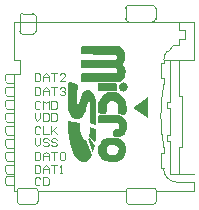
<source format=gm1>
G04*
G04 #@! TF.GenerationSoftware,Altium Limited,Altium Designer,21.0.8 (223)*
G04*
G04 Layer_Color=16711935*
%FSTAX24Y24*%
%MOIN*%
G70*
G04*
G04 #@! TF.SameCoordinates,2867BDE3-1686-46F1-8F54-3A33D440E248*
G04*
G04*
G04 #@! TF.FilePolarity,Positive*
G04*
G01*
G75*
%ADD14C,0.0150*%
%ADD20C,0.0039*%
G36*
X075457Y033429D02*
X075507Y033409D01*
X075577Y033349D01*
X075627Y033279D01*
X075657Y033189D01*
X075667Y033079D01*
X075657Y032969D01*
X075627Y032909D01*
X075587Y032839D01*
X075587Y032809D01*
X075627Y032769D01*
X075657Y032699D01*
X075677Y032579D01*
X075667Y032479D01*
X075637Y032399D01*
X075597Y032329D01*
X075537Y032279D01*
X075437Y032239D01*
X074217Y032239D01*
X074197Y032259D01*
Y032509D01*
X074217Y032529D01*
X075327Y032529D01*
X075367Y032549D01*
X075387Y032579D01*
Y032649D01*
X075377Y032669D01*
X075357Y032689D01*
X075337Y032699D01*
X074217Y032699D01*
X074197Y032719D01*
Y032959D01*
X074217Y032979D01*
X075307Y032979D01*
X075357Y032989D01*
X075367Y032999D01*
X075377Y033029D01*
Y033109D01*
X075347Y033139D01*
X075317Y033149D01*
X074977D01*
X074217Y033159D01*
X074197Y033179D01*
Y033409D01*
X074217Y033429D01*
X075457Y033429D01*
D02*
G37*
G36*
X075387Y032159D02*
Y031969D01*
X075347Y031929D01*
X074767D01*
X074747Y031949D01*
X074747Y032179D01*
X074767Y032199D01*
X075347D01*
X075387Y032159D01*
D02*
G37*
G36*
X075387Y031889D02*
X075427Y031869D01*
X075517Y031819D01*
X075587Y031739D01*
X075637Y031669D01*
X075677Y031569D01*
X075697Y031509D01*
X075707Y031409D01*
X075707Y031279D01*
X075687Y031209D01*
X075647Y031169D01*
X075617Y031149D01*
X075567D01*
X075507Y031159D01*
X075457Y031179D01*
X075427Y031219D01*
X075417Y031279D01*
X075417Y031469D01*
X075387Y031529D01*
X075347Y031569D01*
X075267Y031599D01*
X075207D01*
X075147Y031589D01*
X075097Y031549D01*
X075057Y031469D01*
Y031259D01*
X075027Y031209D01*
X074977Y031169D01*
X074897Y031159D01*
X074837Y031169D01*
X074787Y031219D01*
X074767Y031249D01*
X074757Y031279D01*
Y031379D01*
X074767Y031519D01*
X074787Y031589D01*
X074817Y031649D01*
X074877Y031739D01*
X074927Y031789D01*
X074987Y031839D01*
X075027Y031869D01*
X075067Y031889D01*
X075107Y031899D01*
X075357Y031899D01*
X075387Y031889D01*
D02*
G37*
G36*
X076434Y031024D02*
X075934Y031374D01*
X076434Y031724D01*
X076434Y031024D01*
D02*
G37*
G36*
X073867Y032229D02*
X074037Y032159D01*
X074077Y032139D01*
X074087Y032099D01*
X074077Y032029D01*
X074057Y031879D01*
X074047Y031769D01*
Y031519D01*
X074057Y031499D01*
X074067Y031489D01*
X074077D01*
X074087Y031499D01*
X074107Y031529D01*
X074187Y031709D01*
X074217Y031829D01*
X074257Y031899D01*
X074317Y031949D01*
X074347Y031969D01*
X074407D01*
X074477Y031959D01*
X074537Y031919D01*
X074617Y031829D01*
X074677Y031649D01*
X074697Y031519D01*
Y030799D01*
X074487Y030869D01*
X074487Y031469D01*
X074477Y031569D01*
X074467Y031589D01*
X074447Y031599D01*
X074427Y031589D01*
X074417Y031569D01*
X074377Y031449D01*
X074347Y031329D01*
X074337Y031279D01*
X074287Y031169D01*
X074237Y031099D01*
X074187Y031049D01*
X074117Y031019D01*
X074057Y030999D01*
X073997Y030999D01*
X073917Y031029D01*
X073837Y031109D01*
X073777Y031229D01*
X073747Y031349D01*
X073737Y031449D01*
Y032199D01*
X073747Y032219D01*
X073787Y032239D01*
X073867Y032229D01*
D02*
G37*
G36*
X075507Y031119D02*
X075547Y031099D01*
X075617Y031039D01*
X075657Y030989D01*
X075687Y030929D01*
X075707Y030859D01*
X075707Y030659D01*
X075697Y030589D01*
X075657Y030519D01*
X075607Y030459D01*
X075567Y030429D01*
X075497Y030399D01*
X075337D01*
X075307Y030409D01*
X075277Y030439D01*
X075267Y030479D01*
X075267Y030599D01*
X075287Y030629D01*
X075307Y030649D01*
X075327Y030659D01*
X075387D01*
X075417Y030669D01*
X075437Y030689D01*
X075447Y030709D01*
Y030789D01*
X075437Y030829D01*
X075427Y030849D01*
X075417Y030859D01*
X075397Y030869D01*
X074777D01*
X074757Y030889D01*
Y031109D01*
X074777Y031129D01*
X075467D01*
X075507Y031119D01*
D02*
G37*
G36*
X074694Y03067D02*
X074687Y030309D01*
X074667Y030209D01*
X074467Y030439D01*
X074487Y030579D01*
Y030739D01*
X074694Y03067D01*
D02*
G37*
G36*
X074647Y030109D02*
X074597Y029919D01*
X074581Y029878D01*
X074407Y030339D01*
X074437Y030379D01*
X074444Y030393D01*
X074647Y030109D01*
D02*
G37*
G36*
X075427Y030369D02*
X075517Y030339D01*
X075587Y030269D01*
X075647Y030179D01*
X075687Y030049D01*
Y029889D01*
X075667Y029799D01*
X075607Y029709D01*
X075527Y029639D01*
X075447Y029589D01*
X075347Y029569D01*
X075147D01*
X075007Y029589D01*
X074927Y029629D01*
X074837Y029719D01*
X074797Y029819D01*
X074767Y029899D01*
Y030049D01*
X074797Y030139D01*
X074837Y030219D01*
X074897Y030289D01*
X074967Y030329D01*
X075047Y030369D01*
X075177Y030379D01*
X075287D01*
X075427Y030369D01*
D02*
G37*
G36*
X074137Y030859D02*
X074147Y030839D01*
Y030769D01*
X074157Y030629D01*
X074177Y030529D01*
X074207Y030449D01*
X074237Y030379D01*
X074277Y030329D01*
X074317Y030319D01*
X074347D01*
X074367Y030309D01*
X074547Y029789D01*
X074517Y029729D01*
X074457Y029659D01*
X074407Y029609D01*
X074357Y029579D01*
X074317Y029559D01*
X074237Y029559D01*
X074137Y029609D01*
X074017Y029709D01*
X073917Y029879D01*
X073807Y030199D01*
X073757Y030599D01*
X073747Y030799D01*
Y030929D01*
X073767Y030939D01*
X074137Y030859D01*
D02*
G37*
%LPC*%
G36*
X075307Y030139D02*
X075287Y030139D01*
X075237Y030139D01*
X075147Y030129D01*
X075087Y030099D01*
X075057Y030079D01*
X075037Y030029D01*
Y029959D01*
X075047Y029899D01*
X075087Y029849D01*
X075147Y029819D01*
X075327D01*
X075367Y029839D01*
X075407Y029869D01*
X075427Y029919D01*
X075437Y030009D01*
X075417Y030069D01*
X075357Y030119D01*
X075307Y030139D01*
D02*
G37*
%LPD*%
D14*
X075667Y032069D02*
G03*
X075667Y032069I-000071J0D01*
G01*
D20*
X072677Y034439D02*
G03*
X072578Y034518I-000089J-00001D01*
G01*
X072244Y034518D02*
G03*
X072145Y034439I-00001J-000089D01*
G01*
X072578Y033829D02*
G03*
X072677Y033928I0J000098D01*
G01*
X072145Y033928D02*
G03*
X072244Y033829I000098J0D01*
G01*
X076946Y032159D02*
G03*
X076946Y030059I00545J-00105D01*
G01*
X077069Y033283D02*
G03*
X076946Y032984I000299J-000299D01*
G01*
X076937Y029352D02*
G03*
X07739Y028899I000453J0D01*
G01*
X076673Y034694D02*
G03*
X076573Y034794I-0001J0D01*
G01*
X076573Y034244D02*
G03*
X076673Y034344I0J0001D01*
G01*
X075673Y034344D02*
G03*
X075773Y034244I0001J0D01*
G01*
Y034794D02*
G03*
X075673Y034694I0J-0001D01*
G01*
X076593Y028158D02*
G03*
X076693Y028258I0J0001D01*
G01*
Y028608D02*
G03*
X076593Y028708I-0001J0D01*
G01*
X075793D02*
G03*
X075693Y028608I0J-0001D01*
G01*
X075693Y028258D02*
G03*
X075793Y028158I0001J0D01*
G01*
X072155Y028694D02*
G03*
X072057Y028595I0J-000098D01*
G01*
Y02826D02*
G03*
X072155Y028162I000098J0D01*
G01*
X072746Y028595D02*
G03*
X072667Y028694I-000089J00001D01*
G01*
Y028162D02*
G03*
X072746Y02826I-00001J000089D01*
G01*
X071713Y032514D02*
G03*
X071663Y032439I000012J-000063D01*
G01*
Y032289D02*
G03*
X071713Y032214I000063J-000012D01*
G01*
X071663Y031856D02*
G03*
X071713Y031781I000063J-000012D01*
G01*
Y032081D02*
G03*
X071663Y032006I000012J-000063D01*
G01*
X071663Y031423D02*
G03*
X071713Y031348I000063J-000012D01*
G01*
X071713Y031648D02*
G03*
X071663Y031573I000012J-000063D01*
G01*
Y03099D02*
G03*
X071713Y030915I000063J-000012D01*
G01*
Y031215D02*
G03*
X071663Y03114I000012J-000063D01*
G01*
Y030557D02*
G03*
X071713Y030482I000063J-000012D01*
G01*
Y030782D02*
G03*
X071663Y030707I000012J-000063D01*
G01*
Y030124D02*
G03*
X071713Y030049I000063J-000012D01*
G01*
X071713Y030349D02*
G03*
X071663Y030274I000012J-000063D01*
G01*
Y029691D02*
G03*
X071713Y029616I000063J-000012D01*
G01*
X071713Y029916D02*
G03*
X071663Y029841I000012J-000063D01*
G01*
Y029258D02*
G03*
X071713Y029183I000063J-000012D01*
G01*
X071713Y029483D02*
G03*
X071663Y029408I000012J-000063D01*
G01*
X071663Y028864D02*
G03*
X071713Y028789I000063J-000012D01*
G01*
X071713Y029089D02*
G03*
X071663Y029014I000012J-000063D01*
G01*
X071946Y034244D02*
X077947Y034244D01*
X072244Y034518D02*
X072578D01*
X072244Y033829D02*
X072578Y033829D01*
X072677Y033928D02*
Y034439D01*
X072145Y033928D02*
Y034439D01*
X071946Y033959D02*
X071946Y034244D01*
X071946Y032959D02*
X072146D01*
X072146Y032514D01*
X071946D02*
X072146D01*
X071946Y032959D02*
Y033959D01*
X076946Y032959D02*
X077947D01*
X077606Y028899D02*
X077937D01*
X077947Y034244D02*
X077947Y032959D01*
X077937Y028619D02*
Y028899D01*
X077246Y033459D02*
X077446Y033459D01*
X077646Y033659D02*
Y033959D01*
X076846Y032859D02*
X076946Y032859D01*
X076846Y032359D02*
Y032859D01*
Y032359D02*
X076946D01*
X076846Y029359D02*
X076937Y029359D01*
X076846Y029359D02*
X076846Y029859D01*
X076946D01*
X076946Y032159D02*
X076946Y032359D01*
X076946Y030059D02*
X076946Y029859D01*
X076946Y032859D02*
X076946Y032984D01*
X077069Y033283D02*
X077246Y033459D01*
X077446Y033959D02*
Y034239D01*
Y033459D02*
Y033659D01*
X077646Y033659D01*
X077446Y033959D02*
X077646Y033959D01*
X077146Y029159D02*
X077937D01*
X077146Y031359D02*
X077146Y030459D01*
X07739Y028899D02*
X077606D01*
X077046Y031359D02*
X077046Y031559D01*
X077046Y031359D02*
X077146Y031359D01*
X077046Y030259D02*
Y030459D01*
X077146D01*
Y031559D02*
Y032959D01*
X077146Y029159D02*
X077146Y030259D01*
X077046Y031559D02*
X077146D01*
X077046Y030259D02*
X077146Y030259D01*
X077446Y031759D02*
X077546D01*
Y030059D02*
Y031759D01*
X077446D02*
Y032959D01*
Y029159D02*
Y030059D01*
X077546Y030059D01*
X071946Y028605D02*
Y032514D01*
X075773Y034794D02*
X076573Y034794D01*
X075773Y034244D02*
X076573Y034244D01*
X075673Y034344D02*
X075673Y034694D01*
X076673Y034344D02*
Y034694D01*
X072155Y028694D02*
X072667D01*
X072155Y028162D02*
X072667D01*
X076693Y028258D02*
Y028608D01*
X075793Y028158D02*
X076593Y028158D01*
X075793Y028708D02*
X076593Y028708D01*
X075693Y028258D02*
X075693Y028608D01*
X072057Y02826D02*
Y028595D01*
X072746Y028595D02*
X072746Y02826D01*
X071713Y032514D02*
X071946D01*
X071713Y032214D02*
X071946D01*
X071663Y032289D02*
Y032439D01*
X071663Y031856D02*
Y032006D01*
X071713Y031781D02*
X071946D01*
X071713Y032081D02*
X071946D01*
X071663Y031423D02*
Y031573D01*
X071713Y031348D02*
X071946D01*
X071713Y031648D02*
X071946D01*
X071663Y03099D02*
Y03114D01*
X071713Y030915D02*
X071946D01*
X071713Y031215D02*
X071946D01*
X071663Y030557D02*
Y030707D01*
X071713Y030482D02*
X071946D01*
X071713Y030782D02*
X071946D01*
X071663Y030124D02*
Y030274D01*
X071713Y030049D02*
X071946D01*
X071713Y030349D02*
X071946D01*
X071663Y029691D02*
Y029841D01*
X071713Y029616D02*
X071946D01*
X071713Y029916D02*
X071946D01*
X071663Y029258D02*
Y029408D01*
X071713Y029183D02*
X071946D01*
X071713Y029483D02*
X071946D01*
X071663Y028864D02*
Y029014D01*
X071713Y028789D02*
X071946D01*
X071713Y029089D02*
X071946Y029089D01*
X076693Y028619D02*
X077937D01*
X072746Y028608D02*
X075693D01*
X071946Y028595D02*
X072057D01*
X072643Y032534D02*
Y032259D01*
X07278D01*
X072826Y032305D01*
Y032488D01*
X07278Y032534D01*
X072643D01*
X072918Y032259D02*
Y032442D01*
X07301Y032534D01*
X073102Y032442D01*
Y032259D01*
Y032397D01*
X072918D01*
X073194Y032534D02*
X073377D01*
X073285D01*
Y032259D01*
X073653D02*
X073469D01*
X073653Y032442D01*
Y032488D01*
X073607Y032534D01*
X073515D01*
X073469Y032488D01*
X072643Y032065D02*
Y031789D01*
X07278D01*
X072826Y031835D01*
Y032019D01*
X07278Y032065D01*
X072643D01*
X072918Y031789D02*
Y031973D01*
X07301Y032065D01*
X073102Y031973D01*
Y031789D01*
Y031927D01*
X072918D01*
X073194Y032065D02*
X073377D01*
X073285D01*
Y031789D01*
X073469Y032019D02*
X073515Y032065D01*
X073607D01*
X073653Y032019D01*
Y031973D01*
X073607Y031927D01*
X073561D01*
X073607D01*
X073653Y031881D01*
Y031835D01*
X073607Y031789D01*
X073515D01*
X073469Y031835D01*
X072826Y031569D02*
X07278Y031615D01*
X072689D01*
X072643Y031569D01*
Y031385D01*
X072689Y031339D01*
X07278D01*
X072826Y031385D01*
X072918Y031339D02*
Y031615D01*
X07301Y031523D01*
X073102Y031615D01*
Y031339D01*
X073194Y031615D02*
Y031339D01*
X073331D01*
X073377Y031385D01*
Y031569D01*
X073331Y031615D01*
X073194D01*
X072643Y031215D02*
Y031031D01*
X072734Y030939D01*
X072826Y031031D01*
Y031215D01*
X072918D02*
Y030939D01*
X073056D01*
X073102Y030985D01*
Y031169D01*
X073056Y031215D01*
X072918D01*
X073194D02*
Y030939D01*
X073331D01*
X073377Y030985D01*
Y031169D01*
X073331Y031215D01*
X073194D01*
X072826Y030719D02*
X07278Y030765D01*
X072689D01*
X072643Y030719D01*
Y030535D01*
X072689Y030489D01*
X07278D01*
X072826Y030535D01*
X072918Y030765D02*
Y030489D01*
X073102D01*
X073194Y030765D02*
Y030489D01*
Y030581D01*
X073377Y030765D01*
X07324Y030627D01*
X073377Y030489D01*
X072643Y030365D02*
Y030181D01*
X072734Y030089D01*
X072826Y030181D01*
Y030365D01*
X073102Y030319D02*
X073056Y030365D01*
X072964D01*
X072918Y030319D01*
Y030273D01*
X072964Y030227D01*
X073056D01*
X073102Y030181D01*
Y030135D01*
X073056Y030089D01*
X072964D01*
X072918Y030135D01*
X073377Y030319D02*
X073331Y030365D01*
X07324D01*
X073194Y030319D01*
Y030273D01*
X07324Y030227D01*
X073331D01*
X073377Y030181D01*
Y030135D01*
X073331Y030089D01*
X07324D01*
X073194Y030135D01*
X072643Y029915D02*
Y029639D01*
X07278D01*
X072826Y029685D01*
Y029869D01*
X07278Y029915D01*
X072643D01*
X072918Y029639D02*
Y029823D01*
X07301Y029915D01*
X073102Y029823D01*
Y029639D01*
Y029777D01*
X072918D01*
X073194Y029915D02*
X073377D01*
X073285D01*
Y029639D01*
X073469Y029869D02*
X073515Y029915D01*
X073607D01*
X073653Y029869D01*
Y029685D01*
X073607Y029639D01*
X073515D01*
X073469Y029685D01*
Y029869D01*
X072643Y029465D02*
Y029189D01*
X07278D01*
X072826Y029235D01*
Y029419D01*
X07278Y029465D01*
X072643D01*
X072918Y029189D02*
Y029373D01*
X07301Y029465D01*
X073102Y029373D01*
Y029189D01*
Y029327D01*
X072918D01*
X073194Y029465D02*
X073377D01*
X073285D01*
Y029189D01*
X073469D02*
X073561D01*
X073515D01*
Y029465D01*
X073469Y029419D01*
X072826Y029019D02*
X07278Y029065D01*
X072689D01*
X072643Y029019D01*
Y028835D01*
X072689Y028789D01*
X07278D01*
X072826Y028835D01*
X072918Y029065D02*
Y028789D01*
X073056D01*
X073102Y028835D01*
Y029019D01*
X073056Y029065D01*
X072918D01*
M02*

</source>
